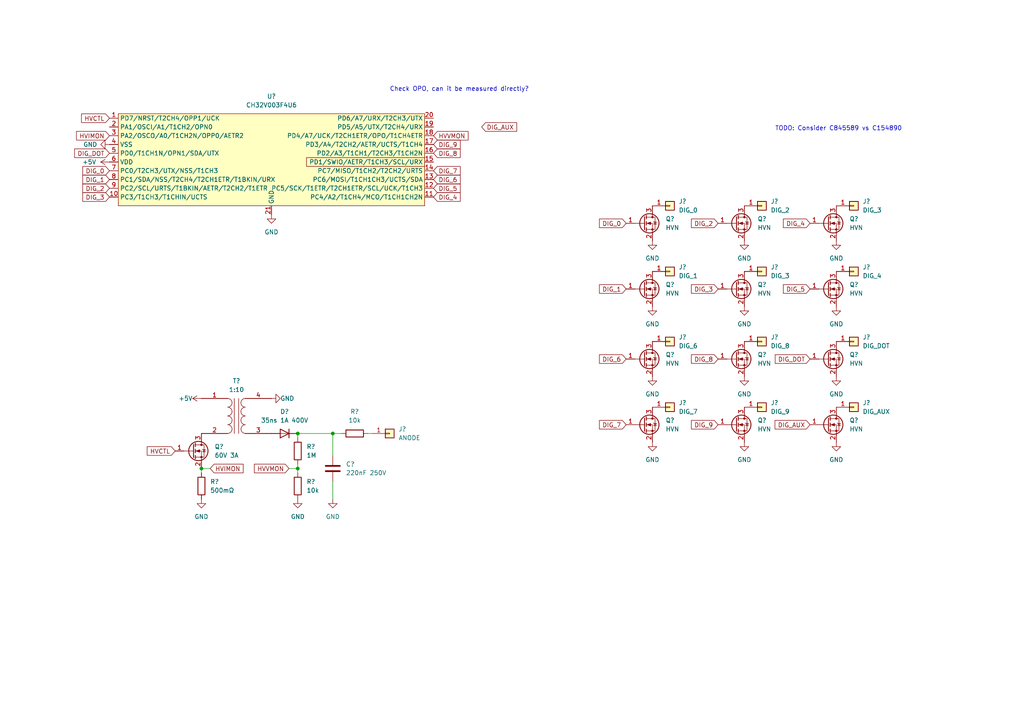
<source format=kicad_sch>
(kicad_sch (version 20211123) (generator eeschema)
  (paper "A4")
  (lib_symbols
    (symbol "CH32V003F4U6:CH32V003F4U6"
      (property "Reference" "U" (at 0 0 0))
      (property "Value" "CH32V003F4U6" (at 0 3.81 0))
      (symbol "CH32V003F4U6_0_1"
        (rectangle (start -44.45 12.7) (end 44.45 -13.97) (fill (type background)))
        (rectangle (start 10.16 0) (end 44.45 -2.54) (fill (type background)))
      )
      (symbol "CH32V003F4U6_1_1"
        (pin bidirectional line (at -46.99 11.43 0) (length 2.54) (name "PD7/NRST/T2CH4/OPP1/UCK") (number "1"))
        (pin bidirectional line (at -46.99 -11.43 0) (length 2.54) (name "PC3/T1CH3/T1CHIN/UCTS") (number "10"))
        (pin bidirectional line (at 46.99 -11.43 180) (length 2.54) (name "PC4/A2/T1CH4/MCO/T1CH1CH2N") (number "11"))
        (pin bidirectional line (at 46.99 -8.89 180) (length 2.54) (name "PC5/SCK/T1ETR/T2CH1ETR/SCL/UCK/T1CH3") (number "12"))
        (pin bidirectional line (at 46.99 -6.35 180) (length 2.54) (name "PC6/MOSI/T1CH1CH3/UCTS/SDA") (number "13"))
        (pin bidirectional line (at 46.99 -3.81 180) (length 2.54) (name "PC7/MISO/T1CH2/T2CH2/URTS") (number "14"))
        (pin bidirectional line (at 46.99 -1.27 180) (length 2.54) (name "PD1/SWIO/AETR/T1CH3/SCL/URX") (number "15"))
        (pin bidirectional line (at 46.99 1.27 180) (length 2.54) (name "PD2/A3/T1CH1/T2CH3/T1CH2N") (number "16"))
        (pin bidirectional line (at 46.99 3.81 180) (length 2.54) (name "PD3/A4/T2CH2/AETR/UCTS/T1CH4") (number "17"))
        (pin bidirectional line (at 46.99 6.35 180) (length 2.54) (name "PD4/A7/UCK/T2CH1ETR/OPO/T1CH4ETR") (number "18"))
        (pin bidirectional line (at 46.99 8.89 180) (length 2.54) (name "PD5/A5/UTX/T2CH4/URX") (number "19"))
        (pin bidirectional line (at -46.99 8.89 0) (length 2.54) (name "PA1/OSCI/A1/T1CH2/OPN0") (number "2"))
        (pin bidirectional line (at 46.99 11.43 180) (length 2.54) (name "PD6/A7/URX/T2CH3/UTX") (number "20"))
        (pin bidirectional line (at 0 -16.51 90) (length 2.54) (name "GND") (number "21"))
        (pin bidirectional line (at -46.99 6.35 0) (length 2.54) (name "PA2/OSCO/A0/T1CH2N/OPP0/AETR2") (number "3"))
        (pin bidirectional line (at -46.99 3.81 0) (length 2.54) (name "VSS") (number "4"))
        (pin bidirectional line (at -46.99 1.27 0) (length 2.54) (name "PD0/T1CH1N/OPN1/SDA/UTX") (number "5"))
        (pin bidirectional line (at -46.99 -1.27 0) (length 2.54) (name "VDD") (number "6"))
        (pin bidirectional line (at -46.99 -3.81 0) (length 2.54) (name "PC0/T2CH3/UTX/NSS/T1CH3") (number "7"))
        (pin bidirectional line (at -46.99 -6.35 0) (length 2.54) (name "PC1/SDA/NSS/T2CH4/T2CH1ETR/T1BKIN/URX") (number "8"))
        (pin bidirectional line (at -46.99 -8.89 0) (length 2.54) (name "PC2/SCL/URTS/T1BKIN/AETR/T2CH2/T1ETR") (number "9"))
      )
    )
    (symbol "Connector_Generic:Conn_01x01" (pin_names (offset 1.016) hide)
      (property "Reference" "J" (at 0 2.54 0))
      (property "Value" "Conn_01x01" (at 0 -2.54 0))
      (symbol "Conn_01x01_1_1"
        (rectangle (start -1.27 0.127) (end 0 -0.127) (stroke (width 0.1524)))
        (rectangle (start -1.27 1.27) (end 1.27 -1.27) (stroke (width 0.254)) (fill (type background)))
        (pin passive line (at -5.08 0 0) (length 3.81) (name "Pin_1") (number "1"))
      )
    )
    (symbol "Device:C" (pin_numbers hide) (pin_names (offset 0.254))
      (property "Reference" "C" (at 0.635 2.54 0))
      (property "Value" "C" (at 0.635 -2.54 0))
      (symbol "C_0_1"
        (polyline (pts (xy -2.032 -0.762) (xy 2.032 -0.762)) (stroke (width 0.508)))
        (polyline (pts (xy -2.032 0.762) (xy 2.032 0.762)) (stroke (width 0.508)))
      )
      (symbol "C_1_1"
        (pin passive line (at 0 3.81 270) (length 2.794) (name "~") (number "1"))
        (pin passive line (at 0 -3.81 90) (length 2.794) (name "~") (number "2"))
      )
    )
    (symbol "Device:D" (pin_numbers hide) (pin_names (offset 1.016) hide)
      (property "Reference" "D" (at 0 2.54 0))
      (property "Value" "D" (at 0 -2.54 0))
      (symbol "D_0_1"
        (polyline (pts (xy -1.27 1.27) (xy -1.27 -1.27)) (stroke (width 0.254)))
        (polyline (pts (xy 1.27 0) (xy -1.27 0)))
        (polyline (pts (xy 1.27 1.27) (xy 1.27 -1.27) (xy -1.27 0) (xy 1.27 1.27)) (stroke (width 0.254)))
      )
      (symbol "D_1_1"
        (pin passive line (at -3.81 0 0) (length 2.54) (name "K") (number "1"))
        (pin passive line (at 3.81 0 180) (length 2.54) (name "A") (number "2"))
      )
    )
    (symbol "Device:Q_NMOS_GSD" (pin_names (offset 0) hide)
      (property "Reference" "Q" (at 5.08 1.27 0))
      (property "Value" "Q_NMOS_GSD" (at 5.08 -1.27 0))
      (symbol "Q_NMOS_GSD_0_1"
        (polyline (pts (xy 0.254 0) (xy -2.54 0)))
        (polyline (pts (xy 0.254 1.905) (xy 0.254 -1.905)) (stroke (width 0.254)))
        (polyline (pts (xy 0.762 -1.27) (xy 0.762 -2.286)) (stroke (width 0.254)))
        (polyline (pts (xy 0.762 0.508) (xy 0.762 -0.508)) (stroke (width 0.254)))
        (polyline (pts (xy 0.762 2.286) (xy 0.762 1.27)) (stroke (width 0.254)))
        (polyline (pts (xy 2.54 2.54) (xy 2.54 1.778)))
        (polyline (pts (xy 2.54 -2.54) (xy 2.54 0) (xy 0.762 0)))
        (polyline (pts (xy 0.762 -1.778) (xy 3.302 -1.778) (xy 3.302 1.778) (xy 0.762 1.778)))
        (polyline (pts (xy 1.016 0) (xy 2.032 0.381) (xy 2.032 -0.381) (xy 1.016 0)) (fill (type outline)))
        (polyline (pts (xy 2.794 0.508) (xy 2.921 0.381) (xy 3.683 0.381) (xy 3.81 0.254)))
        (polyline (pts (xy 3.302 0.381) (xy 2.921 -0.254) (xy 3.683 -0.254) (xy 3.302 0.381)))
        (circle (center 1.651 0) (radius 2.794) (stroke (width 0.254)))
        (circle (center 2.54 -1.778) (radius 0.254) (fill (type outline)))
        (circle (center 2.54 1.778) (radius 0.254) (fill (type outline)))
      )
      (symbol "Q_NMOS_GSD_1_1"
        (pin input line (at -5.08 0 0) (length 2.54) (name "G") (number "1"))
        (pin passive line (at 2.54 -5.08 90) (length 2.54) (name "S") (number "2"))
        (pin passive line (at 2.54 5.08 270) (length 2.54) (name "D") (number "3"))
      )
    )
    (symbol "Device:R" (pin_numbers hide) (pin_names (offset 0))
      (property "Reference" "R" (at 2.032 0 90))
      (property "Value" "R" (at 0 0 90))
      (symbol "R_0_1"
        (rectangle (start -1.016 -2.54) (end 1.016 2.54) (stroke (width 0.254)))
      )
      (symbol "R_1_1"
        (pin passive line (at 0 3.81 270) (length 1.27) (name "~") (number "1"))
        (pin passive line (at 0 -3.81 90) (length 1.27) (name "~") (number "2"))
      )
    )
    (symbol "Device:Transformer_1P_1S" (pin_names (offset 1.016) hide)
      (property "Reference" "T" (at 0 6.35 0))
      (property "Value" "Transformer_1P_1S" (at 0 -7.62 0))
      (symbol "Transformer_1P_1S_0_1"
        (arc (start -2.54 -5.0546) (mid -1.6561 -4.6863) (end -1.27 -3.81))
        (arc (start -2.54 -2.5146) (mid -1.6561 -2.1463) (end -1.27 -1.27))
        (arc (start -2.54 0.0254) (mid -1.6561 0.3937) (end -1.27 1.27))
        (arc (start -2.54 2.5654) (mid -1.6561 2.9337) (end -1.27 3.81))
        (arc (start -1.27 -3.81) (mid -1.642 -2.912) (end -2.54 -2.54))
        (arc (start -1.27 -1.27) (mid -1.642 -0.372) (end -2.54 0))
        (arc (start -1.27 1.27) (mid -1.642 2.168) (end -2.54 2.54))
        (arc (start -1.27 3.81) (mid -1.642 4.708) (end -2.54 5.08))
        (polyline (pts (xy -0.635 5.08) (xy -0.635 -5.08)))
        (polyline (pts (xy 0.635 -5.08) (xy 0.635 5.08)))
        (arc (start 1.2954 -1.27) (mid 1.6599 -2.1501) (end 2.54 -2.5146))
        (arc (start 1.2954 1.27) (mid 1.6599 0.3899) (end 2.54 0.0254))
        (arc (start 1.2954 3.81) (mid 1.6599 2.9299) (end 2.54 2.5654))
        (arc (start 1.3208 -3.81) (mid 1.6853 -4.6901) (end 2.5654 -5.0546))
        (arc (start 2.54 0) (mid 1.6456 -0.3683) (end 1.2954 -1.27))
        (arc (start 2.54 2.54) (mid 1.6456 2.1717) (end 1.2954 1.27))
        (arc (start 2.54 5.08) (mid 1.6456 4.7117) (end 1.2954 3.81))
        (arc (start 2.5654 -2.54) (mid 1.671 -2.9083) (end 1.3208 -3.81))
      )
      (symbol "Transformer_1P_1S_1_1"
        (pin passive line (at -10.16 5.08 0) (length 7.62) (name "AA") (number "1"))
        (pin passive line (at -10.16 -5.08 0) (length 7.62) (name "AB") (number "2"))
        (pin passive line (at 10.16 -5.08 180) (length 7.62) (name "SA") (number "3"))
        (pin passive line (at 10.16 5.08 180) (length 7.62) (name "SB") (number "4"))
      )
    )
    (symbol "power:+5V" (power) (pin_names (offset 0))
      (property "Value" "+5V" (at 0 3.556 0))
      (symbol "+5V_0_1"
        (polyline (pts (xy -0.762 1.27) (xy 0 2.54)))
        (polyline (pts (xy 0 0) (xy 0 2.54)))
        (polyline (pts (xy 0 2.54) (xy 0.762 1.27)))
      )
      (symbol "+5V_1_1"
        (pin power_in line (at 0 0 90) (length 0) hide (name "+5V") (number "1"))
      )
    )
    (symbol "power:GND" (power) (pin_names (offset 0))
      (property "Value" "GND" (at 0 -3.81 0))
      (symbol "GND_0_1"
        (polyline (pts (xy 0 0) (xy 0 -1.27) (xy 1.27 -1.27) (xy 0 -2.54) (xy -1.27 -1.27) (xy 0 -1.27)))
      )
      (symbol "GND_1_1"
        (pin power_in line (at 0 0 270) (length 0) hide (name "GND") (number "1"))
      )
    )
  )
  (junction (at 96.52 125.73))
  (junction (at 86.36 125.73))
  (junction (at 58.42 135.89))
  (junction (at 86.36 135.89))
  (wire (pts (xy 60.96 135.89) (xy 58.42 135.89)))
  (wire (pts (xy 86.36 127) (xy 86.36 125.73)))
  (wire (pts (xy 96.52 125.73) (xy 96.52 132.08)))
  (wire (pts (xy 86.36 137.16) (xy 86.36 135.89)))
  (wire (pts (xy 96.52 125.73) (xy 99.06 125.73)))
  (wire (pts (xy 58.42 137.16) (xy 58.42 135.89)))
  (wire (pts (xy 96.52 139.7) (xy 96.52 144.78)))
  (wire (pts (xy 86.36 135.89) (xy 86.36 134.62)))
  (wire (pts (xy 107.95 125.73) (xy 106.68 125.73)))
  (wire (pts (xy 86.36 125.73) (xy 96.52 125.73)))
  (wire (pts (xy 83.82 135.89) (xy 86.36 135.89)))
  (text "TODO: Consider C845589 vs C154890" (at 224.79 38.1 0) (effects (font (size 1.27 1.27)) (justify left bottom)))
  (text "Check OPO, can it be measured directly?" (at 113.03 26.67 0) (effects (font (size 1.27 1.27)) (justify left bottom)))
  (global_label "DIG_1" (shape input) (at 31.75 52.07 180) (property "Intersheet References" "${INTERSHEET_REFS}" (effects hide)))
  (global_label "DIG_3" (shape input) (at 208.28 83.82 180) (property "Intersheet References" "${INTERSHEET_REFS}" (effects hide)))
  (global_label "DIG_0" (shape input) (at 181.61 64.77 180) (property "Intersheet References" "${INTERSHEET_REFS}" (effects hide)))
  (global_label "DIG_1" (shape input) (at 181.61 83.82 180) (property "Intersheet References" "${INTERSHEET_REFS}" (effects hide)))
  (global_label "DIG_5" (shape input) (at 234.95 83.82 180) (property "Intersheet References" "${INTERSHEET_REFS}" (effects hide)))
  (global_label "HVCTL" (shape input) (at 50.8 130.81 180) (property "Intersheet References" "${INTERSHEET_REFS}" (effects hide)))
  (global_label "DIG_7" (shape input) (at 125.73 49.53 0) (property "Intersheet References" "${INTERSHEET_REFS}" (effects hide)))
  (global_label "HVVMON" (shape input) (at 83.82 135.89 180) (property "Intersheet References" "${INTERSHEET_REFS}" (effects hide)))
  (global_label "DIG_7" (shape input) (at 181.61 123.19 180) (property "Intersheet References" "${INTERSHEET_REFS}" (effects hide)))
  (global_label "DIG_4" (shape input) (at 125.73 57.15 0) (property "Intersheet References" "${INTERSHEET_REFS}" (effects hide)))
  (global_label "DIG_9" (shape input) (at 208.28 123.19 180) (property "Intersheet References" "${INTERSHEET_REFS}" (effects hide)))
  (global_label "HVVMON" (shape input) (at 125.73 39.37 0) (property "Intersheet References" "${INTERSHEET_REFS}" (effects hide)))
  (global_label "DIG_AUX" (shape input) (at 234.95 123.19 180) (property "Intersheet References" "${INTERSHEET_REFS}" (effects hide)))
  (global_label "DIG_8" (shape input) (at 125.73 44.45 0) (property "Intersheet References" "${INTERSHEET_REFS}" (effects hide)))
  (global_label "DIG_3" (shape input) (at 31.75 57.15 180) (property "Intersheet References" "${INTERSHEET_REFS}" (effects hide)))
  (global_label "DIG_AUX" (shape input) (at 139.7 36.83 0) (property "Intersheet References" "${INTERSHEET_REFS}" (effects hide)))
  (global_label "DIG_8" (shape input) (at 208.28 104.14 180) (property "Intersheet References" "${INTERSHEET_REFS}" (effects hide)))
  (global_label "DIG_2" (shape input) (at 31.75 54.61 180) (property "Intersheet References" "${INTERSHEET_REFS}" (effects hide)))
  (global_label "DIG_6" (shape input) (at 181.61 104.14 180) (property "Intersheet References" "${INTERSHEET_REFS}" (effects hide)))
  (global_label "DIG_5" (shape input) (at 125.73 54.61 0) (property "Intersheet References" "${INTERSHEET_REFS}" (effects hide)))
  (global_label "HVCTL" (shape input) (at 31.75 34.29 180) (property "Intersheet References" "${INTERSHEET_REFS}" (effects hide)))
  (global_label "HVIMON" (shape input) (at 31.75 39.37 180) (property "Intersheet References" "${INTERSHEET_REFS}" (effects hide)))
  (global_label "DIG_DOT" (shape input) (at 234.95 104.14 180) (property "Intersheet References" "${INTERSHEET_REFS}" (effects hide)))
  (global_label "DIG_4" (shape input) (at 234.95 64.77 180) (property "Intersheet References" "${INTERSHEET_REFS}" (effects hide)))
  (global_label "DIG_DOT" (shape input) (at 31.75 44.45 180) (property "Intersheet References" "${INTERSHEET_REFS}" (effects hide)))
  (global_label "DIG_6" (shape input) (at 125.73 52.07 0) (property "Intersheet References" "${INTERSHEET_REFS}" (effects hide)))
  (global_label "HVIMON" (shape input) (at 60.96 135.89 0) (property "Intersheet References" "${INTERSHEET_REFS}" (effects hide)))
  (global_label "DIG_2" (shape input) (at 208.28 64.77 180) (property "Intersheet References" "${INTERSHEET_REFS}" (effects hide)))
  (global_label "DIG_0" (shape input) (at 31.75 49.53 180) (property "Intersheet References" "${INTERSHEET_REFS}" (effects hide)))
  (global_label "DIG_9" (shape input) (at 125.73 41.91 0) (property "Intersheet References" "${INTERSHEET_REFS}" (effects hide)))
  (symbol (lib_id "power:GND") (at 242.57 109.22 0) (unit 1)
    (property "Reference" "#PWR?" (effects hide))
    (property "Value" "GND" (at 242.57 114.3 0))
  )
  (symbol (lib_id "power:GND") (at 86.36 144.78 0) (unit 1)
    (property "Reference" "#PWR?" (effects hide))
    (property "Value" "GND" (at 86.36 149.86 0))
  )
  (symbol (lib_id "power:GND") (at 215.9 128.27 0) (unit 1)
    (property "Reference" "#PWR?" (effects hide))
    (property "Value" "GND" (at 215.9 133.35 0))
  )
  (symbol (lib_id "Device:Q_NMOS_GSD") (at 213.36 64.77 0) (unit 1)
    (property "Reference" "Q?" (at 219.71 63.4999 0) (effects (justify left)))
    (property "Value" "HVN" (at 219.71 66.0399 0) (effects (justify left)))
    (property "Footprint" "Package_TO_SOT_SMD:SOT-23" (effects hide))
    (property "LCSC" "C845589" (effects hide))
  )
  (symbol (lib_id "Connector_Generic:Conn_01x01") (at 194.31 99.06 0) (unit 1)
    (property "Reference" "J?" (at 196.85 97.7899 0) (effects (justify left)))
    (property "Value" "DIG_6" (at 196.85 100.3299 0) (effects (justify left)))
    (property "Footprint" "Connector_Pin:Pin_D1.3mm_L11.0mm_LooseFit" (effects hide))
  )
  (symbol (lib_id "power:GND") (at 242.57 69.85 0) (unit 1)
    (property "Reference" "#PWR?" (effects hide))
    (property "Value" "GND" (at 242.57 74.93 0))
  )
  (symbol (lib_id "Device:Q_NMOS_GSD") (at 240.03 123.19 0) (unit 1)
    (property "Reference" "Q?" (at 246.38 121.9199 0) (effects (justify left)))
    (property "Value" "HVN" (at 246.38 124.4599 0) (effects (justify left)))
    (property "Footprint" "Package_TO_SOT_SMD:SOT-23" (effects hide))
    (property "LCSC" "C845589" (effects hide))
  )
  (symbol (lib_id "Device:Q_NMOS_GSD") (at 240.03 104.14 0) (unit 1)
    (property "Reference" "Q?" (at 246.38 102.8699 0) (effects (justify left)))
    (property "Value" "HVN" (at 246.38 105.4099 0) (effects (justify left)))
    (property "Footprint" "Package_TO_SOT_SMD:SOT-23" (effects hide))
    (property "LCSC" "C845589" (effects hide))
  )
  (symbol (lib_id "Device:C") (at 96.52 135.89 0) (unit 1)
    (property "Reference" "C?" (at 100.33 134.6199 0) (effects (justify left)))
    (property "Value" "220nF 250V" (at 100.33 137.1599 0) (effects (justify left)))
    (property "Footprint" "Capacitor_SMD:C_1210_3225Metric" (effects hide))
    (property "LCSC" "C326671" (effects hide))
  )
  (symbol (lib_id "Device:Q_NMOS_GSD") (at 186.69 64.77 0) (unit 1)
    (property "Reference" "Q?" (at 193.04 63.4999 0) (effects (justify left)))
    (property "Value" "HVN" (at 193.04 66.0399 0) (effects (justify left)))
    (property "Footprint" "Package_TO_SOT_SMD:SOT-23" (effects hide))
    (property "LCSC" "C845589" (effects hide))
  )
  (symbol (lib_id "Device:R") (at 102.87 125.73 90) (unit 1)
    (property "Reference" "R?" (at 102.87 119.38 90))
    (property "Value" "10k" (at 102.87 121.92 90))
    (property "Footprint" "Resistor_SMD:R_1210_3225Metric" (effects hide))
    (property "LCSC" "C131365" (effects hide))
  )
  (symbol (lib_id "power:GND") (at 242.57 128.27 0) (unit 1)
    (property "Reference" "#PWR?" (effects hide))
    (property "Value" "GND" (at 242.57 133.35 0))
  )
  (symbol (lib_id "power:GND") (at 78.74 62.23 0) (unit 1)
    (property "Reference" "#PWR?" (effects hide))
    (property "Value" "GND" (at 78.74 67.31 0))
  )
  (symbol (lib_id "power:GND") (at 189.23 109.22 0) (unit 1)
    (property "Reference" "#PWR?" (effects hide))
    (property "Value" "GND" (at 189.23 114.3 0))
  )
  (symbol (lib_id "Connector_Generic:Conn_01x01") (at 220.98 99.06 0) (unit 1)
    (property "Reference" "J?" (at 223.52 97.7899 0) (effects (justify left)))
    (property "Value" "DIG_8" (at 223.52 100.3299 0) (effects (justify left)))
    (property "Footprint" "Connector_Pin:Pin_D1.3mm_L11.0mm_LooseFit" (effects hide))
  )
  (symbol (lib_id "Connector_Generic:Conn_01x01") (at 247.65 118.11 0) (unit 1)
    (property "Reference" "J?" (at 250.19 116.8399 0) (effects (justify left)))
    (property "Value" "DIG_AUX" (at 250.19 119.3799 0) (effects (justify left)))
    (property "Footprint" "Connector_Pin:Pin_D1.3mm_L11.0mm_LooseFit" (effects hide))
  )
  (symbol (lib_id "Device:Q_NMOS_GSD") (at 240.03 64.77 0) (unit 1)
    (property "Reference" "Q?" (at 246.38 63.4999 0) (effects (justify left)))
    (property "Value" "HVN" (at 246.38 66.0399 0) (effects (justify left)))
    (property "Footprint" "Package_TO_SOT_SMD:SOT-23" (effects hide))
    (property "LCSC" "C845589" (effects hide))
  )
  (symbol (lib_id "Device:Q_NMOS_GSD") (at 55.88 130.81 0) (unit 1)
    (property "Reference" "Q?" (at 62.23 129.5399 0) (effects (justify left)))
    (property "Value" "60V 3A" (at 62.23 132.0799 0) (effects (justify left)))
    (property "Footprint" "Package_TO_SOT_SMD:SOT-23" (effects hide))
    (property "LCSC" "C2938374" (effects hide))
  )
  (symbol (lib_id "power:GND") (at 31.75 41.91 270) (unit 1)
    (property "Reference" "#PWR?" (effects hide))
    (property "Value" "GND" (at 24.13 41.91 90) (effects (justify left)))
  )
  (symbol (lib_id "power:GND") (at 215.9 69.85 0) (unit 1)
    (property "Reference" "#PWR?" (effects hide))
    (property "Value" "GND" (at 215.9 74.93 0))
  )
  (symbol (lib_id "power:GND") (at 78.74 115.57 90) (unit 1)
    (property "Reference" "#PWR?" (effects hide))
    (property "Value" "GND" (at 81.28 115.57 90) (effects (justify right)))
  )
  (symbol (lib_id "CH32V003F4U6:CH32V003F4U6") (at 78.74 45.72 0) (unit 1)
    (property "Reference" "U?" (at 78.74 27.94 0))
    (property "Value" "CH32V003F4U6" (at 78.74 30.48 0))
    (property "Footprint" "Package_DFN_QFN:QFN-20-1EP_3x3mm_P0.4mm_EP1.65x1.65mm" (effects hide))
    (property "LCSC" "C5299908" (effects hide))
  )
  (symbol (lib_id "Device:R") (at 86.36 130.81 180) (unit 1)
    (property "Reference" "R?" (at 88.9 129.5399 0) (effects (justify right)))
    (property "Value" "1M" (at 88.9 132.0799 0) (effects (justify right)))
    (property "Footprint" "Resistor_SMD:R_0805_2012Metric" (effects hide))
    (property "LCSC" "C131391" (effects hide))
  )
  (symbol (lib_id "Device:Q_NMOS_GSD") (at 240.03 83.82 0) (unit 1)
    (property "Reference" "Q?" (at 246.38 82.5499 0) (effects (justify left)))
    (property "Value" "HVN" (at 246.38 85.0899 0) (effects (justify left)))
    (property "Footprint" "Package_TO_SOT_SMD:SOT-23" (effects hide))
    (property "LCSC" "C845589" (effects hide))
  )
  (symbol (lib_id "Connector_Generic:Conn_01x01") (at 113.03 125.73 0) (unit 1)
    (property "Reference" "J?" (at 115.57 124.4599 0) (effects (justify left)))
    (property "Value" "ANODE" (at 115.57 126.9999 0) (effects (justify left)))
    (property "Footprint" "Connector_Pin:Pin_D1.3mm_L11.0mm_LooseFit" (effects hide))
  )
  (symbol (lib_id "Connector_Generic:Conn_01x01") (at 194.31 59.69 0) (unit 1)
    (property "Reference" "J?" (at 196.85 58.4199 0) (effects (justify left)))
    (property "Value" "DIG_0" (at 196.85 60.9599 0) (effects (justify left)))
    (property "Footprint" "Connector_Pin:Pin_D1.3mm_L11.0mm_LooseFit" (effects hide))
  )
  (symbol (lib_id "power:GND") (at 189.23 69.85 0) (unit 1)
    (property "Reference" "#PWR?" (effects hide))
    (property "Value" "GND" (at 189.23 74.93 0))
  )
  (symbol (lib_id "power:GND") (at 189.23 88.9 0) (unit 1)
    (property "Reference" "#PWR?" (effects hide))
    (property "Value" "GND" (at 189.23 93.98 0))
  )
  (symbol (lib_id "Device:Q_NMOS_GSD") (at 186.69 83.82 0) (unit 1)
    (property "Reference" "Q?" (at 193.04 82.5499 0) (effects (justify left)))
    (property "Value" "HVN" (at 193.04 85.0899 0) (effects (justify left)))
    (property "Footprint" "Package_TO_SOT_SMD:SOT-23" (effects hide))
    (property "LCSC" "C845589" (effects hide))
  )
  (symbol (lib_id "Connector_Generic:Conn_01x01") (at 247.65 99.06 0) (unit 1)
    (property "Reference" "J?" (at 250.19 97.7899 0) (effects (justify left)))
    (property "Value" "DIG_DOT" (at 250.19 100.3299 0) (effects (justify left)))
    (property "Footprint" "Connector_Pin:Pin_D1.3mm_L11.0mm_LooseFit" (effects hide))
  )
  (symbol (lib_id "Connector_Generic:Conn_01x01") (at 247.65 78.74 0) (unit 1)
    (property "Reference" "J?" (at 250.19 77.4699 0) (effects (justify left)))
    (property "Value" "DIG_4" (at 250.19 80.0099 0) (effects (justify left)))
    (property "Footprint" "Connector_Pin:Pin_D1.3mm_L11.0mm_LooseFit" (effects hide))
  )
  (symbol (lib_id "Connector_Generic:Conn_01x01") (at 194.31 78.74 0) (unit 1)
    (property "Reference" "J?" (at 196.85 77.4699 0) (effects (justify left)))
    (property "Value" "DIG_1" (at 196.85 80.0099 0) (effects (justify left)))
    (property "Footprint" "Connector_Pin:Pin_D1.3mm_L11.0mm_LooseFit" (effects hide))
  )
  (symbol (lib_id "Device:Q_NMOS_GSD") (at 186.69 123.19 0) (unit 1)
    (property "Reference" "Q?" (at 193.04 121.9199 0) (effects (justify left)))
    (property "Value" "HVN" (at 193.04 124.4599 0) (effects (justify left)))
    (property "Footprint" "Package_TO_SOT_SMD:SOT-23" (effects hide))
    (property "LCSC" "C845589" (effects hide))
  )
  (symbol (lib_id "Connector_Generic:Conn_01x01") (at 194.31 118.11 0) (unit 1)
    (property "Reference" "J?" (at 196.85 116.8399 0) (effects (justify left)))
    (property "Value" "DIG_7" (at 196.85 119.3799 0) (effects (justify left)))
    (property "Footprint" "Connector_Pin:Pin_D1.3mm_L11.0mm_LooseFit" (effects hide))
  )
  (symbol (lib_id "Device:Q_NMOS_GSD") (at 186.69 104.14 0) (unit 1)
    (property "Reference" "Q?" (at 193.04 102.8699 0) (effects (justify left)))
    (property "Value" "HVN" (at 193.04 105.4099 0) (effects (justify left)))
    (property "Footprint" "Package_TO_SOT_SMD:SOT-23" (effects hide))
    (property "LCSC" "C845589" (effects hide))
  )
  (symbol (lib_id "Device:Q_NMOS_GSD") (at 213.36 104.14 0) (unit 1)
    (property "Reference" "Q?" (at 219.71 102.8699 0) (effects (justify left)))
    (property "Value" "HVN" (at 219.71 105.4099 0) (effects (justify left)))
    (property "Footprint" "Package_TO_SOT_SMD:SOT-23" (effects hide))
    (property "LCSC" "C845589" (effects hide))
  )
  (symbol (lib_id "Device:Q_NMOS_GSD") (at 213.36 123.19 0) (unit 1)
    (property "Reference" "Q?" (at 219.71 121.9199 0) (effects (justify left)))
    (property "Value" "HVN" (at 219.71 124.4599 0) (effects (justify left)))
    (property "Footprint" "Package_TO_SOT_SMD:SOT-23" (effects hide))
    (property "LCSC" "C845589" (effects hide))
  )
  (symbol (lib_id "Connector_Generic:Conn_01x01") (at 220.98 118.11 0) (unit 1)
    (property "Reference" "J?" (at 223.52 116.8399 0) (effects (justify left)))
    (property "Value" "DIG_9" (at 223.52 119.3799 0) (effects (justify left)))
    (property "Footprint" "Connector_Pin:Pin_D1.3mm_L11.0mm_LooseFit" (effects hide))
  )
  (symbol (lib_id "power:+5V") (at 58.42 115.57 90) (unit 1)
    (property "Reference" "#PWR?" (effects hide))
    (property "Value" "+5V" (at 55.88 115.57 90) (effects (justify left)))
  )
  (symbol (lib_id "Device:D") (at 82.55 125.73 180) (unit 1)
    (property "Reference" "D?" (at 82.55 119.38 0))
    (property "Value" "35ns 1A 400V" (at 82.55 121.92 0))
    (property "Footprint" "Diode_SMD:D_SOD-123F" (effects hide))
    (property "LCSC" "C128697" (effects hide))
  )
  (symbol (lib_id "power:GND") (at 58.42 144.78 0) (unit 1)
    (property "Reference" "#PWR?" (effects hide))
    (property "Value" "GND" (at 58.42 149.86 0))
  )
  (symbol (lib_id "power:GND") (at 215.9 109.22 0) (unit 1)
    (property "Reference" "#PWR?" (effects hide))
    (property "Value" "GND" (at 215.9 114.3 0))
  )
  (symbol (lib_id "Device:Transformer_1P_1S") (at 68.58 120.65 0) (unit 1)
    (property "Reference" "T?" (at 68.5927 110.49 0))
    (property "Value" "1:10" (at 68.5927 113.03 0))
    (property "LCSC" "C415291" (effects hide))
  )
  (symbol (lib_id "power:+5V") (at 31.75 46.99 90) (unit 1)
    (property "Reference" "#PWR?" (effects hide))
    (property "Value" "+5V" (at 27.94 46.9899 90) (effects (justify left)))
  )
  (symbol (lib_id "Device:Q_NMOS_GSD") (at 213.36 83.82 0) (unit 1)
    (property "Reference" "Q?" (at 219.71 82.5499 0) (effects (justify left)))
    (property "Value" "HVN" (at 219.71 85.0899 0) (effects (justify left)))
    (property "Footprint" "Package_TO_SOT_SMD:SOT-23" (effects hide))
    (property "LCSC" "C845589" (effects hide))
  )
  (symbol (lib_id "Connector_Generic:Conn_01x01") (at 220.98 78.74 0) (unit 1)
    (property "Reference" "J?" (at 223.52 77.4699 0) (effects (justify left)))
    (property "Value" "DIG_3" (at 223.52 80.0099 0) (effects (justify left)))
    (property "Footprint" "Connector_Pin:Pin_D1.3mm_L11.0mm_LooseFit" (effects hide))
  )
  (symbol (lib_id "Device:R") (at 58.42 140.97 0) (unit 1)
    (property "Reference" "R?" (at 60.96 139.6999 0) (effects (justify left)))
    (property "Value" "500mΩ" (at 60.96 142.2399 0) (effects (justify left)))
    (property "Footprint" "Resistor_SMD:R_1206_3216Metric" (effects hide))
  )
  (symbol (lib_id "power:GND") (at 242.57 88.9 0) (unit 1)
    (property "Reference" "#PWR?" (effects hide))
    (property "Value" "GND" (at 242.57 93.98 0))
  )
  (symbol (lib_id "power:GND") (at 189.23 128.27 0) (unit 1)
    (property "Reference" "#PWR?" (effects hide))
    (property "Value" "GND" (at 189.23 133.35 0))
  )
  (symbol (lib_id "power:GND") (at 96.52 144.78 0) (unit 1)
    (property "Reference" "#PWR?" (effects hide))
    (property "Value" "GND" (at 96.52 149.86 0))
  )
  (symbol (lib_id "power:GND") (at 215.9 88.9 0) (unit 1)
    (property "Reference" "#PWR?" (effects hide))
    (property "Value" "GND" (at 215.9 93.98 0))
  )
  (symbol (lib_id "Connector_Generic:Conn_01x01") (at 247.65 59.69 0) (unit 1)
    (property "Reference" "J?" (at 250.19 58.4199 0) (effects (justify left)))
    (property "Value" "DIG_3" (at 250.19 60.9599 0) (effects (justify left)))
    (property "Footprint" "Connector_Pin:Pin_D1.3mm_L11.0mm_LooseFit" (effects hide))
  )
  (symbol (lib_id "Device:R") (at 86.36 140.97 180) (unit 1)
    (property "Reference" "R?" (at 88.9 139.6999 0) (effects (justify right)))
    (property "Value" "10k" (at 88.9 142.2399 0) (effects (justify right)))
    (property "Footprint" "Resistor_SMD:R_0402_1005Metric" (effects hide))
    (property "LCSC" "C25744" (effects hide))
  )
  (symbol (lib_id "Connector_Generic:Conn_01x01") (at 220.98 59.69 0) (unit 1)
    (property "Reference" "J?" (at 223.52 58.4199 0) (effects (justify left)))
    (property "Value" "DIG_2" (at 223.52 60.9599 0) (effects (justify left)))
    (property "Footprint" "Connector_Pin:Pin_D1.3mm_L11.0mm_LooseFit" (effects hide))
  )
)
</source>
